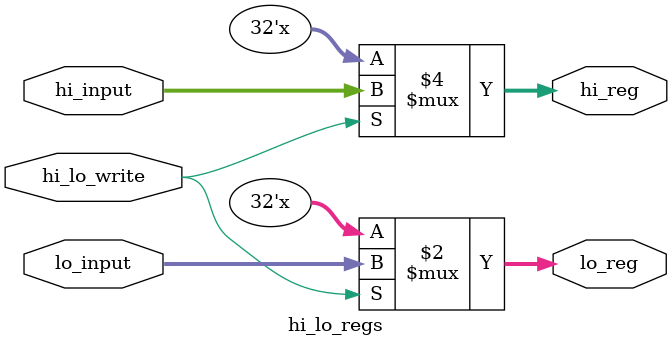
<source format=v>
module hi_lo_regs(
        input wire        hi_lo_write,
        input wire [31:0] hi_input,
        input wire [31:0] lo_input,
        output reg [31:0] hi_reg,
        output reg [31:0] lo_reg
    );
    always@(*) begin
        if(hi_lo_write) begin
            hi_reg <= hi_input;
            lo_reg <= lo_input;
            $display("hi = 0x%h, lo = 0x%h", hi_reg, lo_reg);
        end
    end

endmodule
</source>
